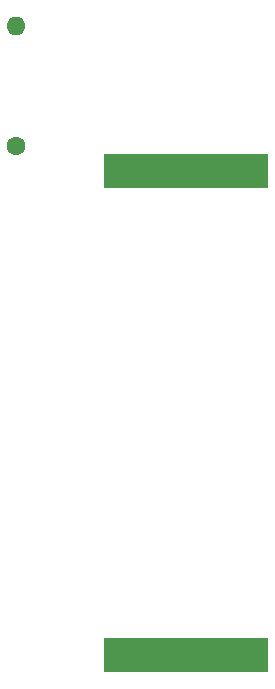
<source format=gbr>
%TF.GenerationSoftware,KiCad,Pcbnew,7.0.5*%
%TF.CreationDate,2024-01-23T00:39:16-05:00*%
%TF.ProjectId,SIDE,53494445-2e6b-4696-9361-645f70636258,rev?*%
%TF.SameCoordinates,Original*%
%TF.FileFunction,Soldermask,Top*%
%TF.FilePolarity,Negative*%
%FSLAX46Y46*%
G04 Gerber Fmt 4.6, Leading zero omitted, Abs format (unit mm)*
G04 Created by KiCad (PCBNEW 7.0.5) date 2024-01-23 00:39:16*
%MOMM*%
%LPD*%
G01*
G04 APERTURE LIST*
%ADD10R,14.000000X3.000000*%
%ADD11C,1.600000*%
%ADD12O,1.600000X1.600000*%
G04 APERTURE END LIST*
D10*
%TO.C,SC2*%
X186720000Y-127018022D03*
X186720000Y-86018022D03*
%TD*%
D11*
%TO.C,R6*%
X172320000Y-83930000D03*
D12*
X172320000Y-73770000D03*
%TD*%
M02*

</source>
